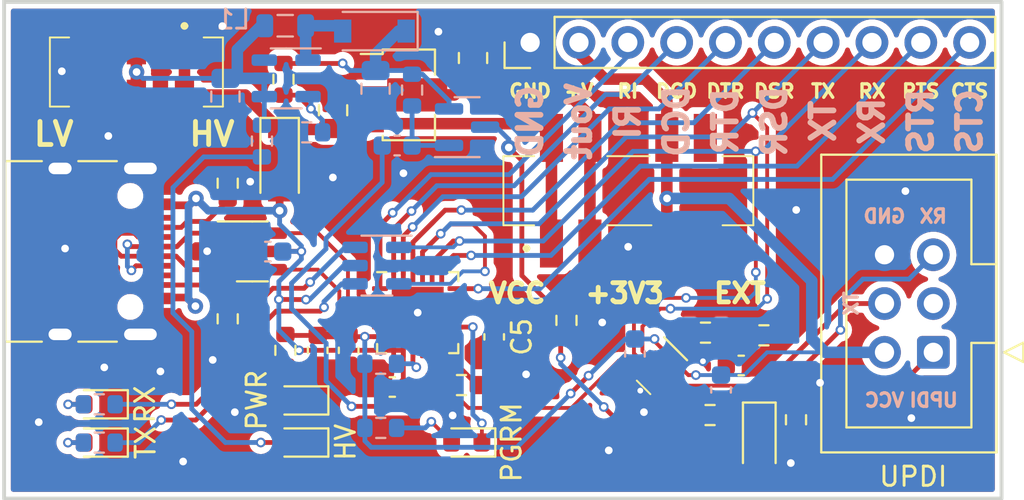
<source format=kicad_pcb>
(kicad_pcb (version 20211014) (generator pcbnew)
  (title_block (title "Serial UPDI HV Programmer") (date "2022-10-10") (rev "0.0.1"))
  (layers (0 "F.Cu" signal) (31 "B.Cu" signal) (34 "B.Paste" user) (35 "F.Paste" user) (36 "B.SilkS" user "B.Silkscreen") (37 "F.SilkS" user "F.Silkscreen") (38 "B.Mask" user) (39 "F.Mask" user) (44 "Edge.Cuts" user))
  (net 0 "")
  (net 1 "+3.3V")
  (net 2 "GND")
  (net 3 "VCC")
  (net 4 "/VDD")
  (net 5 "Net-(C6-Pad1)")
  (net 6 "/VREG")
  (net 7 "/Vin")
  (net 8 "/+12V")
  (net 9 "/VOUT")
  (net 10 "Net-(D2-Pad2)")
  (net 11 "Net-(D3-Pad2)")
  (net 12 "Net-(D4-Pad2)")
  (net 13 "Net-(D5-Pad2)")
  (net 14 "/DSR")
  (net 15 "Net-(D6-Pad2)")
  (net 16 "Net-(D7-Pad2)")
  (net 17 "Net-(D8-Pad1)")
  (net 18 "Net-(J1-PadA5)")
  (net 19 "/USBD+")
  (net 20 "/USBD-")
  (net 22 "Net-(J1-PadB5)")
  (net 24 "/UPDI")
  (net 26 "/TX")
  (net 27 "/RX")
  (net 28 "/RI")
  (net 29 "/DCD")
  (net 30 "/DTR")
  (net 31 "/TX_0")
  (net 32 "/RX_0")
  (net 33 "/RTS")
  (net 34 "/CTS")
  (net 35 "Net-(Q1-Pad3)")
  (net 36 "Net-(R1-Pad2)")
  (net 37 "Net-(R4-Pad1)")
  (net 38 "/UPDI_0")
  (net 39 "/TX_LED")
  (net 40 "/RX_LED")
  (net 41 "Net-(R10-Pad2)")
  (net 44 "/D+")
  (net 45 "/D-")
  (net 50 "Net-(R16-Pad1)")
  (net 53 "/PGRM")
  (net 54 "Net-(C5-Pad1)")
  (net 55 "Net-(C6-Pad2)")
  (net 56 "Net-(C11-Pad2)")
  (footprint "HRO_TYPE-C-31-M-12:HRO_TYPE-C-31-M-12" (layer "F.Cu") (at 127.38708 87.784275 -90)
    (fp_text reference "J1" hide)
    (fp_text value "USB_C_Receptacle_USB2.0" hide)
  )
  (footprint "Diode_SMD:D_SOD-123" (layer "F.Cu") (at 137.75708 83.084275 -90)
    (fp_text reference "D1" hide)
    (fp_text value "1N5819W" hide)
  )
  (footprint "Resistor_SMD:R_0603_1608Metric" (layer "F.Cu") (at 138.05708 92.934275 -90)
    (fp_text reference "R9" hide)
    (fp_text value "1k" hide)
  )
  (footprint "Diode_SMD:D_SOD-323_HandSoldering" (layer "F.Cu") (at 162.70708 97.554275 -90)
    (fp_text reference "D8" hide)
    (fp_text value "BZT52Bxx" hide)
  )
  (footprint "Capacitor_SMD:C_0603_1608Metric" (layer "F.Cu") (at 161.76708 93.724275 180)
    (fp_text reference "C11" hide)
    (fp_text value "1u" hide)
  )
  (footprint "Connector_IDC:IDC-Header_2x03_P2.54mm_Vertical" (layer "F.Cu") (at 171.75958 93.039275 180)
    (fp_text reference "J2" hide)
    (fp_text value "UPDI")
  )
  (footprint "Resistor_SMD:R_0603_1608Metric" (layer "F.Cu") (at 162.94708 92.154275)
    (fp_text reference "R13" hide)
    (fp_text value "10k" hide)
  )
  (footprint "Resistor_SMD:R_0603_1608Metric" (layer "F.Cu") (at 147.21708 94.744275 180)
    (fp_text reference "R4" hide)
    (fp_text value "4k7" hide)
  )
  (footprint "LED_SMD:LED_0603_1608Metric" (layer "F.Cu") (at 138.80708 97.734275 180)
    (fp_text reference "D7" hide)
    (fp_text value "HV")
  )
  (footprint "Package_TO_SOT_SMD:SOT-89-3" (layer "F.Cu") (at 144.17708 79.634275)
    (fp_text reference "U3" hide)
    (fp_text value "AMS1117-3.3" hide)
  )
  (footprint "Capacitor_SMD:C_0603_1608Metric" (layer "F.Cu") (at 143.61708 94.844275 180)
    (fp_text reference "C13" hide)
    (fp_text value "1u" hide)
  )
  (footprint "LED_SMD:LED_0603_1608Metric" (layer "F.Cu") (at 128.37708 95.744275 180)
    (fp_text reference "D3" hide)
    (fp_text value "RX")
  )
  (footprint "Resistor_SMD:R_0603_1608Metric" (layer "F.Cu") (at 160.14708 96.304275)
    (fp_text reference "R16" hide)
    (fp_text value "1k" hide)
  )
  (footprint "JS203011SCQN:JS203011SCQN" (layer "F.Cu") (at 155.89708 84.624275)
    (fp_text reference "S1" hide)
    (fp_text value "JS203011SCQN" hide)
  )
  (footprint "LED_SMD:LED_0603_1608Metric" (layer "F.Cu") (at 138.80708 95.544275 180)
    (fp_text reference "D4" hide)
    (fp_text value "PWR")
  )
  (footprint "Capacitor_SMD:C_0603_1608Metric" (layer "F.Cu") (at 139.73708 92.934275 -90)
    (fp_text reference "C1" hide)
    (fp_text value "1u" hide)
  )
  (footprint "JS202011JCQN:JS202011JCQN" (layer "F.Cu") (at 130.30708 78.194275 180)
    (fp_text reference "S2" hide)
    (fp_text value "JS202011JCQN" hide)
  )
  (footprint "Capacitor_SMD:C_0805_2012Metric" (layer "F.Cu") (at 147.81708 77.714275 90)
    (fp_text reference "C7" hide)
    (fp_text value "10u" hide)
  )
  (footprint "Resistor_SMD:R_0603_1608Metric" (layer "F.Cu") (at 137.95708 78.824275 -90)
    (fp_text reference "R10" hide)
    (fp_text value "39k" hide)
  )
  (footprint "LED_SMD:LED_0603_1608Metric" (layer "F.Cu") (at 128.37708 97.738321 180)
    (fp_text reference "D2" hide)
    (fp_text value "TX")
  )
  (footprint "Capacitor_SMD:C_0603_1608Metric" (layer "F.Cu") (at 148.91708 92.234275 -90)
    (fp_text reference "C5")
    (fp_text value "4u7" hide)
  )
  (footprint "Resistor_SMD:R_0603_1608Metric" (layer "F.Cu") (at 135.05708 91.294275 -90)
    (fp_text reference "R3" hide)
    (fp_text value "5k1" hide)
  )
  (footprint "Resistor_SMD:R_0603_1608Metric" (layer "F.Cu") (at 159.90708 92.014275 180)
    (fp_text reference "R14" hide)
    (fp_text value "1k" hide)
  )
  (footprint "Capacitor_SMD:C_0805_2012Metric" (layer "F.Cu") (at 140.53708 80.434275 90)
    (fp_text reference "C4" hide)
    (fp_text value "10u" hide)
  )
  (footprint "Connector_PinHeader_2.54mm:PinHeader_1x10_P2.54mm_Vertical" (layer "F.Cu") (at 150.78708 76.904275 90)
    (fp_text reference "J3" hide)
    (fp_text value "UART")
  )
  (footprint "Resistor_SMD:R_0603_1608Metric" (layer "F.Cu") (at 135.05708 84.234275 90)
    (fp_text reference "R2" hide)
    (fp_text value "5k1" hide)
  )
  (footprint "Resistor_SMD:R_0603_1608Metric" (layer "F.Cu") (at 164.61708 96.549275 -90)
    (fp_text reference "R17" hide)
    (fp_text value "1k" hide)
  )
  (footprint "Package_DFN_QFN:Texas_R_PUQFN-N12" (layer "F.Cu") (at 157.60708 93.943595 -45)
    (fp_text reference "U6" hide)
    (fp_text value "TXB0104RUT" hide)
  )
  (footprint "LED_SMD:LED_0603_1608Metric" (layer "F.Cu") (at 147.49022 97.734275 180)
    (fp_text reference "D6" hide)
    (fp_text value "PGRM")
  )
  (footprint "Capacitor_SMD:C_0603_1608Metric" (layer "F.Cu") (at 141.34708 92.934275 -90)
    (fp_text reference "C2" hide)
    (fp_text value "100n" hide)
  )
  (footprint "Package_TO_SOT_SMD:SOT-23-6" (layer "F.Cu") (at 136.33708 87.784275)
    (fp_text reference "U2" hide)
    (fp_text value "USBLC6-2SC6" hide)
  )
  (footprint "Resistor_SMD:R_0603_1608Metric" (layer "F.Cu") (at 152.67708 91.374275 -90)
    (fp_text reference "R6" hide)
    (fp_text value "220" hide)
  )
  (footprint "CP2105-F01-GM:CP2105-F01-GM" (layer "F.Cu") (at 144.93958 90.971775)
    (fp_text reference "U1" hide)
    (fp_text value "CP2105-F01-GM" hide)
  )
  (footprint "Package_TO_SOT_SMD:SOT-23-6" (layer "B.Cu") (at 138.09708 78.774275 180)
    (fp_text reference "U5" hide)
    (fp_text value "MT3608" hide)
  )
  (footprint "Resistor_SMD:R_0603_1608Metric" (layer "B.Cu") (at 136.83708 82.039275 -90)
    (fp_text reference "R15" hide)
    (fp_text value "1k" hide)
  )
  (footprint "Capacitor_SMD:C_0805_2012Metric" (layer "B.Cu") (at 142.74708 79.314275 -90)
    (fp_text reference "C10" hide)
    (fp_text value "10u")
  )
  (footprint "Inductor_SMD:L_0805_2012Metric" (layer "B.Cu") (at 138.04708 76.034275)
    (fp_text reference "L1")
    (fp_text value "4u7" hide)
  )
  (footprint "Resistor_SMD:R_0603_1608Metric" (layer "B.Cu") (at 128.37708 95.744275 180)
    (fp_text reference "R8" hide)
    (fp_text value "1k" hide)
  )
  (footprint "Capacitor_SMD:C_0805_2012Metric" (layer "B.Cu") (at 134.93708 79.724275 -90)
    (fp_text reference "C8" hide)
    (fp_text value "10u" hide)
  )
  (footprint "Package_TO_SOT_SMD:SOT-23" (layer "B.Cu") (at 147.50708 81.314275)
    (fp_text reference "Q1" hide)
    (fp_text value "BSS84" hide)
  )
  (footprint "Package_TO_SOT_SMD:SOT-23-6" (layer "B.Cu") (at 142.81708 88.524275 180)
    (fp_text reference "U4" hide)
    (fp_text value "74LVC2G04DVBR" hide)
  )
  (footprint "Capacitor_SMD:C_0603_1608Metric" (layer "B.Cu") (at 137.14208 87.794275 180)
    (fp_text reference "C3" hide)
    (fp_text value "100n" hide)
  )
  (footprint "Resistor_SMD:R_0603_1608Metric" (layer "B.Cu") (at 139.16708 81.584275 180)
    (fp_text reference "R11" hide)
    (fp_text value "2k05" hide)
  )
  (footprint "Resistor_SMD:R_0603_1608Metric" (layer "B.Cu") (at 128.37708 97.740042 180)
    (fp_text reference "R7" hide)
    (fp_text value "1k" hide)
  )
  (footprint "Capacitor_SMD:C_0603_1608Metric" (layer "B.Cu") (at 156.23708 93.119275 90)
    (fp_text reference "C9" hide)
    (fp_text value "100n" hide)
  )
  (footprint "Diode_SMD:D_SOD-123" (layer "B.Cu") (at 142.68708 76.314275 180)
    (fp_text reference "D5" hide)
    (fp_text value "1N5819W" hide)
  )
  (footprint "Capacitor_SMD:C_0603_1608Metric" (layer "B.Cu") (at 143.86708 82.274275)
    (fp_text reference "C6" hide)
    (fp_text value "10n" hide)
  )
  (footprint "Resistor_SMD:R_0603_1608Metric" (layer "B.Cu") (at 144.64708 79.384275 -90)
    (fp_text reference "R5" hide)
    (fp_text value "10k" hide)
  )
  (footprint "Resistor_SMD:R_0603_1608Metric" (layer "B.Cu") (at 143.01708 96.974275)
    (fp_text reference "R12" hide)
    (fp_text value "1k" hide)
  )
  (footprint "Capacitor_SMD:C_0603_1608Metric" (layer "B.Cu") (at 160.71708 94.994275 -90)
    (fp_text reference "C12" hide)
    (fp_text value "100n" hide)
  )
  (footprint "Resistor_SMD:R_0603_1608Metric" (layer "B.Cu") (at 143.01208 93.634275)
    (fp_text reference "R1" hide)
    (fp_text value "4k7" hide)
  )
  (gr_rect (start 123.42708 74.794275) (end 175.30708 100.654275) (layer "Edge.Cuts") (width 0.2) (fill none))
  (gr_text "DSR" (at 163.48708 81.014275 90) (layer "B.SilkS") (effects (font (size 1.2 1.2) (thickness 0.3)) (justify mirror)))
  (gr_text "TX" (at 167.48708 90.494275 90) (layer "B.SilkS") (effects (font (size 0.7 0.7) (thickness 0.175)) (justify mirror)))
  (gr_text "DTR" (at 160.94708 81.014275 90) (layer "B.SilkS") (effects (font (size 1.2 1.2) (thickness 0.3)) (justify mirror)))
  (gr_text "RI" (at 155.86708 81.014275 90) (layer "B.SilkS") (effects (font (size 1.2 1.2) (thickness 0.3)) (justify mirror)))
  (gr_text "TX" (at 166.02708 81.014275 90) (layer "B.SilkS") (effects (font (size 1.2 1.2) (thickness 0.3)) (justify mirror)))
  (gr_text "Vout" (at 153.32708 81.014275 90) (layer "B.SilkS") (effects (font (size 1.2 1.2) (thickness 0.3)) (justify mirror)))
  (gr_text "RX" (at 168.56708 81.014275 90) (layer "B.SilkS") (effects (font (size 1.2 1.2) (thickness 0.3)) (justify mirror)))
  (gr_text "DCD" (at 158.40708 81.014275 90) (layer "B.SilkS") (effects (font (size 1.2 1.2) (thickness 0.3)) (justify mirror)))
  (gr_text "UPDI" (at 171.77708 95.534275) (layer "B.SilkS") (effects (font (size 0.7 0.7) (thickness 0.175)) (justify mirror)))
  (gr_text "RTS" (at 171.10708 81.014275 90) (layer "B.SilkS") (effects (font (size 1.2 1.2) (thickness 0.3)) (justify mirror)))
  (gr_text "CTS" (at 173.64708 81.014275 90) (layer "B.SilkS") (effects (font (size 1.2 1.2) (thickness 0.3)) (justify mirror)))
  (gr_text "RX" (at 171.75708 85.954275) (layer "B.SilkS") (effects (font (size 0.7 0.7) (thickness 0.175)) (justify mirror)))
  (gr_text "GND" (at 150.78708 81.014275 90) (layer "B.SilkS") (effects (font (size 1.2 1.2) (thickness 0.3)) (justify mirror)))
  (gr_text "VCC" (at 169.21708 95.534275) (layer "B.SilkS") (effects (font (size 0.7 0.7) (thickness 0.175)) (justify mirror)))
  (gr_text "GND" (at 169.21708 85.954275) (layer "B.SilkS") (effects (font (size 0.7 0.7) (thickness 0.175)) (justify mirror)))
  (gr_text "EXT" (at 161.69708 89.964275) (layer "F.SilkS") (effects (font (size 1 1) (thickness 0.25))))
  (gr_text "DTR" (at 160.94708 79.444275) (layer "F.SilkS") (effects (font (size 0.7 0.7) (thickness 0.175))))
  (gr_text "HV" (at 134.23708 81.674275) (layer "F.SilkS") (effects (font (size 1.2 1.2) (thickness 0.25))))
  (gr_text "VCC" (at 150.114591 89.964275) (layer "F.SilkS") (effects (font (size 1 1) (thickness 0.25))))
  (gr_text "DCD" (at 158.40708 79.444275) (layer "F.SilkS") (effects (font (size 0.7 0.7) (thickness 0.175))))
  (gr_text "+V" (at 153.32708 79.444275) (layer "F.SilkS") (effects (font (size 0.7 0.7) (thickness 0.175))))
  (gr_text "+3V3" (at 155.70708 89.964275) (layer "F.SilkS") (effects (font (size 1 1) (thickness 0.25))))
  (gr_text "RTS" (at 171.10708 79.444275) (layer "F.SilkS") (effects (font (size 0.7 0.7) (thickness 0.175))))
  (gr_text "GND" (at 150.78708 79.444275) (layer "F.SilkS") (effects (font (size 0.7 0.7) (thickness 0.175))))
  (gr_text "CTS" (at 173.64708 79.444275) (layer "F.SilkS") (effects (font (size 0.7 0.7) (thickness 0.175))))
  (gr_text "DSR" (at 163.48708 79.444275) (layer "F.SilkS") (effects (font (size 0.7 0.7) (thickness 0.175))))
  (gr_text "LV" (at 126.00708 81.674275) (layer "F.SilkS") (effects (font (size 1.2 1.2) (thickness 0.25))))
  (gr_text "RX" (at 168.56708 79.444275) (layer "F.SilkS") (effects (font (size 0.7 0.7) (thickness 0.175))))
  (gr_text "RI" (at 155.86708 79.444275) (layer "F.SilkS") (effects (font (size 0.7 0.7) (thickness 0.175))))
  (gr_text "TX" (at 166.02708 79.444275) (layer "F.SilkS") (effects (font (size 0.7 0.7) (thickness 0.175))))
  (segment (start 157.713146 92.91829) (end 157.993065 92.91829) (width 0.2) (layer "F.Cu") (net 1))
  (segment (start 139.73708 92.159275) (end 138.10708 92.159275) (width 0.25) (layer "F.Cu") (net 1))
  (segment (start 142.18708 92.224275) (end 141.41208 92.224275) (width 0.25) (layer "F.Cu") (net 1))
  (segment (start 153.82708 94.254275) (end 152.89708 95.184275) (width 0.25) (layer "F.Cu") (net 1))
  (segment (start 138.10708 92.159275) (end 138.05708 92.109275) (width 0.25) (layer "F.Cu") (net 1))
  (segment (start 139.73708 92.159275) (end 141.34708 92.159275) (width 0.4) (layer "F.Cu") (net 1))
  (segment (start 157.25708 92.344275) (end 157.25708 92.462224) (width 0.2) (layer "F.Cu") (net 1))
  (segment (start 141.41208 92.224275) (end 141.34708 92.159275) (width 0.25) (layer "F.Cu") (net 1))
  (segment (start 142.18958 92.221775) (end 142.18708 92.224275) (width 0.25) (layer "F.Cu") (net 1))
  (segment (start 142.97708 92.221775) (end 142.18958 92.221775) (width 0.25) (layer "F.Cu") (net 1))
  (segment (start 142.97708 91.721775) (end 142.97708 92.221775) (width 0.25) (layer "F.Cu") (net 1))
  (segment (start 157.25708 92.462224) (end 157.713146 92.91829) (width 0.2) (layer "F.Cu") (net 1))
  (segment (start 158.89708 92.014275) (end 159.08208 92.014275) (width 0.2) (layer "F.Cu") (net 1))
  (segment (start 157.993065 92.91829) (end 158.89708 92.014275) (width 0.2) (layer "F.Cu") (net 1))
  (via (at 142.18708 92.224275) (size 0.5) (drill 0.3) (layers "F.Cu" "B.Cu") (net 1))
  (via (at 153.82708 94.254275) (size 0.5) (drill 0.3) (layers "F.Cu" "B.Cu") (net 1))
  (via (at 157.25708 92.344275) (size 0.5) (drill 0.3) (layers "F.Cu" "B.Cu") (net 1))
  (via (at 152.89708 95.184275) (size 0.5) (drill 0.3) (layers "F.Cu" "B.Cu") (net 1))
  (segment (start 142.19208 96.974275) (end 142.19208 95.736102) (width 0.25) (layer "B.Cu") (net 1))
  (segment (start 152.89708 95.184275) (end 150.09708 97.984275) (width 0.25) (layer "B.Cu") (net 1))
  (segment (start 156.23708 92.344275) (end 155.73708 92.344275) (width 0.25) (layer "B.Cu") (net 1))
  (segment (start 142.19208 95.736102) (end 142.18708 95.731102) (width 0.25) (layer "B.Cu") (net 1))
  (segment (start 142.18708 95.731102) (end 142.18708 93.634275) (width 0.25) (layer "B.Cu") (net 1))
  (segment (start 142.18708 93.634275) (end 142.18708 92.224275) (width 0.25) (layer "B.Cu") (net 1))
  (segment (start 150.09708 97.984275) (end 142.52708 97.984275) (width 0.25) (layer "B.Cu") (net 1))
  (segment (start 155.73708 92.344275) (end 153.82708 94.254275) (width 0.25) (layer "B.Cu") (net 1))
  (segment (start 142.19208 97.649275) (end 142.19208 96.974275) (width 0.25) (layer "B.Cu") (net 1))
  (segment (start 157.25708 92.344275) (end 156.23708 92.344275) (width 0.25) (layer "B.Cu") (net 1))
  (segment (start 142.52708 97.984275) (end 142.19208 97.649275) (width 0.25) (layer "B.Cu") (net 1))
  (segment (start 144.18958 90.221775) (end 144.93958 90.971775) (width 0.25) (layer "F.Cu") (net 2))
  (segment (start 133.98708 87.774275) (end 135.19958 87.784275) (width 0.4) (layer "F.Cu") (net 2))
  (segment (start 157.041395 94.50928) (end 157.041395 94.50996) (width 0.2) (layer "F.Cu") (net 2))
  (segment (start 157.041395 94.50996) (end 156.51708 95.034275) (width 0.2) (layer "F.Cu") (net 2))
  (segment (start 142.97708 90.221775) (end 144.18958 90.221775) (width 0.25) (layer "F.Cu") (net 2))
  (via (at 165.86708 94.624275) (size 0.8) (drill 0.4) (layers "F.Cu" "B.Cu") (net 2))
  (via (at 144.19708 83.714275) (size 0.8) (drill 0.4) (layers "F.Cu" "B.Cu") (net 2))
  (via (at 154.53708 91.484275) (size 0.8) (drill 0.4) (layers "F.Cu" "B.Cu") (net 2))
  (via (at 156.70708 96.154275) (size 0.8) (drill 0.4) (layers "F.Cu" "B.Cu") (net 2))
  (via (at 155.88708 87.544275) (size 0.8) (drill 0.4) (layers "F.Cu" "B.Cu") (net 2))
  (via (at 140.52708 83.934275) (size 0.8) (drill 0.4) (layers "F.Cu" "B.Cu") (net 2))
  (via (at 159.77708 93.503775) (size 0.5) (drill 0.3) (layers "F.Cu" "B.Cu") (net 2))
  (via (at 136.22708 84.154275) (size 0.8) (drill 0.4) (layers "F.Cu" "B.Cu") (net 2))
  (via (at 126.42708 78.404275) (size 0.8) (drill 0.4) (layers "F.Cu" "B.Cu") (net 2))
  (via (at 132.73708 98.724275) (size 0.8) (drill 0.4) (layers "F.Cu" "B.Cu") (net 2))
  (via (at 126.59708 87.634275) (size 0.8) (drill 0.4) (layers "F.Cu" "B.Cu") (net 2))
  (via (at 164.62708 85.624275) (size 0.8) (drill 0.4) (layers "F.Cu" "B.Cu") (net 2))
  (via (at 146.75708 96.324275) (size 0.8) (drill 0.4) (layers "F.Cu" "B.Cu") (net 2))
  (via (at 131.55708 94.034275) (size 0.8) (drill 0.4) (layers "F.Cu" "B.Cu") (net 2))
  (via (at 128.84708 81.774275) (size 0.8) (drill 0.4) (layers "F.Cu" "B.Cu") (net 2))
  (via (at 135.42708 96.154275) (size 0.8) (drill 0.4) (layers "F.Cu" "B.Cu") (net 2))
  (via (at 133.98708 87.774275) (size 0.8) (drill 0.4) (layers "F.Cu" "B.Cu") (net 2))
  (via (at 154.87708 98.144275) (size 0.8) (drill 0.4) (layers "F.Cu" "B.Cu") (net 2))
  (via (at 170.61708 96.464275) (size 0.8) (drill 0.4) (layers "F.Cu" "B.Cu") (net 2))
  (via (at 134.27708 93.434275) (size 0.8) (drill 0.4) (layers "F.Cu" "B.Cu") (net 2))
  (via (at 144.93958 90.971775) (size 0.8) (drill 0.4) (layers "F.Cu" "B.Cu") (net 2))
  (via (at 128.63708 93.824275) (size 0.8) (drill 0.4) (layers "F.Cu" "B.Cu") (net 2))
  (via (at 156.51708 95.034275) (size 0.5) (drill 0.3) (layers "F.Cu" "B.Cu") (net 2))
  (via (at 134.77708 76.054275) (size 0.8) (drill 0.4) (layers "F.Cu" "B.Cu") (net 2))
  (via (at 170.30708 84.644275) (size 0.8) (drill 0.4) (layers "F.Cu" "B.Cu") (net 2))
  (via (at 150.57708 94.184275) (size 0.8) (drill 0.4) (layers "F.Cu" "B.Cu") (net 2))
  (via (at 125.22708 96.674275) (size 0.8) (drill 0.4) (layers "F.Cu" "B.Cu") (net 2))
  (via (at 146.01708 76.344275) (size 0.8) (drill 0.4) (layers "F.Cu" "B.Cu") (net 2))
  (via (at 164.34708 98.804275) (size 0.8) (drill 0.4) (layers "F.Cu" "B.Cu") (net 2))
  (segment (start 142.81708 88.164275) (end 142.81708 85.484275) (width 0.2) (layer "B.Cu") (net 2))
  (segment (start 139.23458 78.774275) (end 140.28708 78.774275) (width 0.6) (layer "B.Cu") (net 2))
  (segment (start 142.81708 89.744275) (end 144.04458 90.971775) (width 0.2) (layer "B.Cu") (net 2))
  (segment (start 144.19708 84.104275) (end 144.19708 83.714275) (width 0.2) (layer "B.Cu") (net 2))
  (segment (start 143.255684 88.524275) (end 142.81708 88.962879) (width 0.2) (layer "B.Cu") (net 2))
  (segment (start 144.04458 90.971775) (end 144.93958 90.971775) (width 0.2) (layer "B.Cu") (net 2))
  (segment (start 143.95458 88.524275) (end 143.255684 88.524275) (width 0.2) (layer "B.Cu") (net 2))
  (segment (start 141.77708 80.264275) (end 142.74708 80.264275) (width 0.6) (layer "B.Cu") (net 2))
  (segment (start 140.28708 78.774275) (end 141.77708 80.264275) (width 0.6) (layer "B.Cu") (net 2))
  (segment (start 142.81708 85.484275) (end 144.19708 84.104275) (width 0.2) (layer "B.Cu") (net 2))
  (segment (start 156.23708 94.754275) (end 156.23708 93.894275) (width 0.2) (layer "B.Cu") (net 2))
  (segment (start 156.51708 95.034275) (end 156.23708 94.754275) (width 0.2) (layer "B.Cu") (net 2))
  (segment (start 143.24708 88.754275) (end 143.84458 88.754275) (width 0.25) (layer "B.Cu") (net 2))
  (segment (start 142.81708 88.962879) (end 142.81708 89.744275) (width 0.2) (layer "B.Cu") (net 2))
  (segment (start 143.95458 88.524275) (end 143.17708 88.524275) (width 0.2) (layer "B.Cu") (net 2))
  (segment (start 143.17708 88.524275) (end 142.81708 88.164275) (width 0.2) (layer "B.Cu") (net 2))
  (segment (start 138.88708 87.784275) (end 137.47458 87.784275) (width 0.25) (layer "F.Cu") (net 3))
  (segment (start 137.71708 90.284275) (end 139.12708 90.294275) (width 0.25) (layer "F.Cu") (net 3))
  (segment (start 144.18958 94.641775) (end 144.39208 94.844275) (width 0.25) (layer "F.Cu") (net 3))
  (segment (start 131.33708 85.384275) (end 133.04708 85.384275) (width 0.4) (layer "F.Cu") (net 3))
  (segment (start 132.92708 90.184275) (end 133.37708 90.634275) (width 0.4) (layer "F.Cu") (net 3))
  (segment (start 138.76708 92.934275) (end 143.68958 92.934275) (width 0.25) (layer "F.Cu") (net 3))
  (segment (start 144.18958 92.934275) (end 144.18958 94.641775) (width 0.25) (layer "F.Cu") (net 3))
  (segment (start 144.18958 94.736775) (end 144.19708 94.744275) (width 0.25) (layer "F.Cu") (net 3))
  (segment (start 137.75708 85.664275) (end 137.75708 84.734275) (width 0.4) (layer "F.Cu") (net 3))
  (segment (start 131.33708 90.184275) (end 132.92708 90.184275) (width 0.4) (layer "F.Cu") (net 3))
  (segment (start 133.04708 85.384275) (end 133.40708 85.024275) (width 0.4) (layer "F.Cu") (net 3))
  (segment (start 144.18958 92.934275) (end 143.68958 92.934275) (width 0.25) (layer "F.Cu") (net 3))
  (via (at 138.88708 87.784275) (size 0.5) (drill 0.3) (layers "F.Cu" "B.Cu") (net 3))
  (via (at 139.12708 90.294275) (size 0.5) (drill 0.3) (layers "F.Cu" "B.Cu") (net 3))
  (via (at 133.37708 90.634275) (size 0.8) (drill 0.4) (layers "F.Cu" "B.Cu") (net 3))
  (via (at 133.40708 85.024275) (size 0.8) (drill 0.4) (layers "F.Cu" "B.Cu") (net 3))
  (via (at 138.76708 92.934275) (size 0.5) (drill 0.3) (layers "F.Cu" "B.Cu") (net 3))
  (via (at 137.71708 90.284275) (size 0.5) (drill 0.3) (layers "F.Cu" "B.Cu") (net 3))
  (via (at 137.75708 85.664275) (size 0.8) (drill 0.4) (layers "F.Cu" "B.Cu") (net 3))
  (segment (start 138.88708 87.784275) (end 137.92708 87.784275) (width 0.25) (layer "B.Cu") (net 3))
  (segment (start 133.01708 85.414275) (end 133.01708 90.274275) (width 0.4) (layer "B.Cu") (net 3))
  (segment (start 137.75708 86.364275) (end 138.88708 87.494275) (width 0.25) (layer "B.Cu") (net 3))
  (segment (start 141.67958 88.524275) (end 141.08708 88.524275) (width 0.25) (layer "B.Cu") (net 3))
  (segment (start 138.88708 88.184275) (end 138.88708 87.784275) (width 0.25) (layer "B.Cu") (net 3))
  (segment (start 134.04708 85.664275) (end 133.40708 85.024275) (width 0.4) (layer "B.Cu") (net 3))
  (segment (start 137.92708 87.784275) (end 137.91708 87.794275) (width 0.25) (layer "B.Cu") (net 3))
  (segment (start 137.71708 91.884275) (end 138.76708 92.934275) (width 0.25) (layer "B.Cu") (net 3))
  (segment (start 133.40708 85.024275) (end 133.01708 85.414275) (width 0.4) (layer "B.Cu") (net 3))
  (segment (start 137.75708 86.364275) (end 137.75708 85.664275) (width 0.25) (layer "B.Cu") (net 3))
  (segment (start 141.08708 88.524275) (end 139.31708 90.294275) (width 0.25) (layer "B.Cu") (net 3))
  (segment (start 138.88708 87.494275) (end 138.88708 87.784275) (width 0.25) (layer "B.Cu") (net 3))
  (segment (start 137.71708 89.354275) (end 138.88708 88.184275) (width 0.25) (layer "B.Cu") (net 3))
  (segment (start 133.01708 90.274275) (end 133.37708 90.634275) (width 0.4) (layer "B.Cu") (net 3))
  (segment (start 137.71708 90.284275) (end 137.71708 89.354275) (width 0.25) (layer "B.Cu") (net 3))
  (segment (start 137.71708 90.284275) (end 137.71708 91.884275) (width 0.25) (layer "B.Cu") (net 3))
  (segment (start 139.31708 90.294275) (end 139.12708 90.294275) (width 0.25) (layer "B.Cu") (net 3))
  (segment (start 137.75708 85.664275) (end 134.04708 85.664275) (width 0.4) (layer "B.Cu") (net 3))
  (segment (start 142.27708 81.384275) (end 142.52708 81.134275) (width 0.6) (layer "F.Cu") (net 4))
  (segment (start 132.80708 77.244275) (end 132.80708 79.644275) (width 0.6) (layer "F.Cu") (net 4))
  (segment (start 142.52708 81.134275) (end 151.25708 81.134275) (width 0.6) (layer "F.Cu") (net 4))
  (segment (start 132.80708 79.644275) (end 135.96708 79.644275) (width 0.6) (layer "F.Cu") (net 4))
  (segment (start 151.25708 81.134275) (end 151.89708 81.774275) (width 0.6) (layer "F.Cu") (net 4))
  (segment (start 137.75708 81.434275) (end 140.58708 81.434275) (width 0.6) (layer "F.Cu") (net 4))
  (segment (start 135.96708 79.644275) (end 137.75708 81.434275) (width 0.6) (layer "F.Cu") (net 4))
  (segment (start 151.89708 81.874275) (end 151.89708 87.374275) (width 0.6) (layer "F.Cu") (net 4))
  (segment (start 140.53708 81.384275) (end 142.27708 81.384275) (width 0.6) (layer "F.Cu") (net 4))
  (segment (start 145.68958 92.934275) (end 145.68958 93.986775) (width 0.25) (layer "F.Cu") (net 5))
  (segment (start 144.91708 95.854275) (end 141.49708 95.854275) (width 0.25) (layer "F.Cu") (net 5))
  (segment (start 145.46708 95.304275) (end 144.91708 95.854275) (width 0.25) (layer "F.Cu") (net 5))
  (segment (start 145.46708 94.209275) (end 145.46708 95.304275) (width 0.25) (layer "F.Cu") (net 5))
  (segment (start 145.68958 93.986775) (end 145.46708 94.209275) (width 0.25) (layer "F.Cu") (net 5))
  (via (at 141.49708 95.854275) (size 0.5) (drill 0.3) (layers "F.Cu" "B.Cu") (net 5))
  (segment (start 143.09208 84.189275) (end 143.09208 82.274275) (width 0.25) (layer "B.Cu") (net 5))
  (segment (start 140.17708 94.534275) (end 140.17708 92.564275) (width 0.25) (layer "B.Cu") (net 5))
  (segment (start 138.37708 89.444275) (end 140.16708 87.654275) (width 0.25) (layer "B.Cu") (net 5))
  (segment (start 141.49708 95.854275) (end 140.17708 94.534275) (width 0.25) (layer "B.Cu") (net 5))
  (segment (start 140.16708 87.114275) (end 143.09208 84.189275) (width 0.25) (layer "B.Cu") (net 5))
  (segment (start 138.37708 90.764275) (end 138.37708 89.444275) (width 0.25) (layer "B.Cu") (net 5))
  (segment (start 140.16708 87.654275) (end 140.16708 87.114275) (width 0.25) (layer "B.Cu") (net 5))
  (segment (start 140.17708 92.564275) (end 138.37708 90.764275) (width 0.25) (layer "B.Cu") (net 5))
  (segment (start 153.89708 81.874275) (end 153.89708 80.704275) (width 0.6) (layer "F.Cu") (net 6))
  (segment (start 148.98708 79.834275) (end 147.81708 78.664275) (width 0.6) (layer "F.Cu") (net 6))
  (segment (start 153.89708 81.874275) (end 153.89708 87.374275) (width 0.6) (layer "F.Cu") (net 6))
  (segment (start 153.89708 80.704275) (end 153.02708 79.834275) (width 0.6) (layer "F.Cu") (net 6))
  (segment (start 153.02708 79.834275) (end 148.98708 79.834275) (width 0.6) (layer "F.Cu") (net 6))
  (segment (start 146.84708 79.634275) (end 147.81708 78.664275) (width 0.6) (layer "F.Cu") (net 6))
  (segment (start 142.61458 79.634275) (end 146.84708 79.634275) (width 0.6) (layer "F.Cu") (net 6))
  (segment (start 130.30708 79.644275) (end 130.30708 78.454275) (width 0.6) (layer "F.Cu") (net 7))
  (segment (start 130.30708 78.454275) (end 130.31708 78.444275) (width 0.6) (layer "F.Cu") (net 7))
  (segment (start 130.30708 77.244275) (end 130.30708 78.434275) (width 0.6) (layer "F.Cu") (net 7))
  (segment (start 130.30708 78.434275) (end 130.31708 78.444275) (width 0.6) (layer "F.Cu") (net 7))
  (via (at 130.31708 78.444275) (size 0.8) (drill 0.4) (layers "F.Cu" "B.Cu") (net 7))
  (segment (start 136.95958 79.724275) (end 136.95958 81.091775) (width 0.25) (layer "B.Cu") (net 7))
  (segment (start 136.80708 76.034275) (end 135.69208 77.149275) (width 0.6) (layer "B.Cu") (net 7))
  (segment (start 135.55708 77.284275) (end 135.69208 77.149275) (width 0.6) (layer "B.Cu") (net 7))
  (segment (start 136.95958 81.091775) (end 136.83708 81.214275) (width 0.25) (layer "B.Cu") (net 7))
  (segment (start 134.93708 78.774275) (end 130.64708 78.774275) (width 0.25) (layer "B.Cu") (net 7))
  (segment (start 130.64708 78.774275) (end 130.31708 78.444275) (width 0.25) (layer "B.Cu") (net 7))
  (segment (start 136.95958 78.774275) (end 136.95958 79.724275) (width 0.3) (layer "B.Cu") (net 7))
  (segment (start 136.98458 76.034275) (end 136.80708 76.034275) (width 0.6) (layer "B.Cu") (net 7))
  (segment (start 135.55708 78.514275) (end 135.55708 77.284275) (width 0.6) (layer "B.Cu") (net 7))
  (segment (start 136.95958 78.774275) (end 134.93708 78.774275) (width 0.6) (layer "B.Cu") (net 7))
  (segment (start 141.03708 77.994275) (end 141.03208 77.999275) (width 0.25) (layer "F.Cu") (net 8))
  (segment (start 141.03208 77.999275) (end 137.95708 77.999275) (width 0.25) (layer "F.Cu") (net 8))
  (via (at 141.03708 77.994275) (size 0.5) (drill 0.3) (layers "F.Cu" "B.Cu") (net 8))
  (segment (start 145.18208 78.559275) (end 146.56958 79.946775) (width 0.25) (layer "B.Cu") (net 8))
  (segment (start 144.64708 78.559275) (end 145.18208 78.559275) (width 0.25) (layer "B.Cu") (net 8))
  (segment (start 142.74708 77.514275) (end 142.74708 78.364275) (width 0.6) (layer "B.Cu") (net 8))
  (segment (start 141.40708 78.364275) (end 141.03708 77.994275) (width 0.25) (layer "B.Cu") (net 8))
  (segment (start 144.45208 78.364275) (end 144.64708 78.559275) (width 0.25) (layer "B.Cu") (net 8))
  (segment (start 142.74708 78.364275) (end 141.40708 78.364275) (width 0.25) (layer "B.Cu") (net 8))
  (segment (start 142.74708 78.364275) (end 144.45208 78.364275) (width 0.25) (layer "B.Cu") (net 8))
  (segment (start 144.33708 76.314275) (end 143.94708 76.314275) (width 0.6) (layer "B.Cu") (net 8))
  (segment (start 146.56958 79.946775) (end 146.56958 80.364275) (width 0.25) (layer "B.Cu") (net 8))
  (segment (start 143.94708 76.314275) (end 142.74708 77.514275) (width 0.6) (layer "B.Cu") (net 8))
  (segment (start 158.93708 94.144275) (end 158.93708 94.142224) (width 0.2) (layer "F.Cu") (net 9))
  (segment (start 157.89708 79.954275) (end 156.75708 78.814275) (width 0.6) (layer "F.Cu") (net 9))
  (segment (start 157.89708 81.874275) (end 157.89708 79.954275) (width 0.6) (layer "F.Cu") (net 9))
  (segment (start 157.89708 87.374275) (end 157.89708 85.034275) (width 0.6) (layer "F.Cu") (net 9))
  (segment (start 159.01758 94.224775) (end 158.93708 94.144275) (width 0.2) (layer "F.Cu") (net 9))
  (segment (start 157.89708 85.034275) (end 157.90708 85.024275) (width 0.6) (layer "F.Cu") (net 9))
  (segment (start 157.89708 85.014275) (end 157.90708 85.024275) (width 0.6) (layer "F.Cu") (net 9))
  (segment (start 153.32708 77.464275) (end 154.67708 78.814275) (width 0.6) (layer "F.Cu") (net 9))
  (segment (start 158.93708 94.142224) (end 158.632385 93.837529) (width 0.2) (layer "F.Cu") (net 9))
  (segment (start 157.89708 81.874275) (end 157.89708 85.014275) (width 0.6) (layer "F.Cu") (net 9))
  (segment (start 159.40708 94.224275) (end 159.01758 94.224775) (width 0.2) (layer "F.Cu") (net 9))
  (segment (start 153.32708 76.904275) (end 153.32708 77.464275) (width 0.6) (layer "F.Cu") (net 9))
  (segment (start 154.67708 78.814275) (end 156.75708 78.814275) (width 0.6) (layer "F.Cu") (net 9))
  (via (at 157.90708 85.024275) (size 0.8) (drill 0.4) (layers "F.Cu" "B.Cu") (net 9))
  (via (at 159.40708 94.224275) (size 0.5) (drill 0.3) (layers "F.Cu" "B.Cu") (net 9))
  (segment (start 159.40708 94.224275) (end 160.71208 94.224275) (width 0.2) (layer "B.Cu") (net 9))
  (segment (start 166.14208 93.039275) (end 169.21958 93.039275) (width 0.6) (layer "B.Cu") (net 9))
  (segment (start 161.93208 94.219275) (end 163.11208 93.039275) (width 0.2) (layer "B.Cu") (net 9))
  (segment (start 160.71208 94.224275) (end 160.71708 94.219275) (width 0.2) (layer "B.Cu") (net 9))
  (segment (start 165.43708 92.334275) (end 166.14208 93.039275) (width 0.6) (layer "B.Cu") (net 9))
  (segment (start 157.90708 85.024275) (end 161.13708 85.024275) (width 0.6) (layer "B.Cu") (net 9))
  (segment (start 160.71708 94.219275) (end 161.93208 94.219275) (width 0.2) (layer "B.Cu") (net 9))
  (segment (start 161.13708 85.024275) (end 165.43708 89.324275) (width 0.6) (layer "B.Cu") (net 9))
  (segment (start 163.11208 93.039275) (end 166.14208 93.039275) (width 0.2) (layer "B.Cu") (net 9))
  (segment (start 165.43708 89.324275) (end 165.43708 92.334275) (width 0.6) (layer "B.Cu") (net 9))
  (segment (start 127.58958 97.738321) (end 126.748801 97.738321) (width 0.25) (layer "F.Cu") (net 10))
  (segment (start 126.748801 97.738321) (end 126.74708 97.740042) (width 0.25) (layer "F.Cu") (net 10))
  (via (at 126.74708 97.740042) (size 0.5) (drill 0.3) (layers "F.Cu" "B.Cu") (net 10))
  (segment (start 126.74708 97.740042) (end 127.55208 97.740042) (width 0.25) (layer "B.Cu") (net 10))
  (segment (start 127.58958 95.744275) (end 126.758626 95.744275) (width 0.25) (layer "F.Cu") (net 11))
  (segment (start 126.758626 95.744275) (end 126.75458 95.748321) (width 0.25) (layer "F.Cu") (net 11))
  (via (at 126.75458 95.748321) (size 0.5) (drill 0.3) (layers "F.Cu" "B.Cu") (net 11))
  (segment (start 127.548034 95.748321) (end 127.55208 95.744275) (width 0.25) (layer "B.Cu") (net 11))
  (segment (start 126.75458 95.748321) (end 127.548034 95.748321) (width 0.25) (layer "B.Cu") (net 11))
  (segment (start 138.05708 95.506775) (end 138.01958 95.544275) (width 0.25) (layer "F.Cu") (net 12))
  (segment (start 138.05708 93.759275) (end 138.05708 95.506775) (width 0.25) (layer "F.Cu") (net 12))
  (segment (start 139.10958 77.699275) (end 139.23458 77.824275) (width 0.6) (layer "B.Cu") (net 13))
  (segment (start 140.79708 76.034275) (end 139.10958 76.034275) (width 0.6) (layer "B.Cu") (net 13))
  (segment (start 141.03708 76.274275) (end 140.79708 76.034275) (width 0.6) (layer "B.Cu") (net 13))
  (segment (start 139.10958 76.034275) (end 139.10958 77.699275) (width 0.6) (layer "B.Cu") (net 13))
  (segment (start 141.03708 76.314275) (end 141.03708 76.274275) (width 0.6) (layer "B.Cu") (net 13))
  (segment (start 145.68708 86.314275) (end 145.76708 86.234275) (width 0.25) (layer "F.Cu") (net 14))
  (segment (start 144.68958 87.931775) (end 144.68958 87.311775) (width 0.25) (layer "F.Cu") (net 14))
  (segment (start 147.20708 85.634275) (end 146.36708 85.634275) (width 0.25) (layer "F.Cu") (net 14))
  (segment (start 144.68958 87.311775) (end 145.68708 86.314275) (width 0.25) (layer "F.Cu") (net 14))
  (segment (start 144.68958 89.009275) (end 144.68958 87.931775) (width 0.25) (layer "F.Cu") (net 14))
  (segment (start 146.36708 85.634275) (end 144.68958 87.311775) (width 0.25) (layer "F.Cu") (net 14))
  (via (at 147.20708 85.634275) (size 0.5) (drill 0.3) (layers "F.Cu" "B.Cu") (net 14))
  (segment (start 159.30708 81.084275) (end 155.47708 81.084275) (width 0.25) (layer "B.Cu") (net 14))
  (segment (start 150.92708 85.634275) (end 155.47708 81.084275) (width 0.25) (layer "B.Cu") (net 14))
  (segment (start 163.48708 76.904275) (end 159.30708 81.084275) (width 0.25) (layer "B.Cu") (net 14))
  (segment (start 147.20708 85.634275) (end 150.92708 85.634275) (width 0.25) (layer "B.Cu") (net 14))
  (segment (start 146.70272 97.734275) (end 146.70272 97.709915) (width 0.2) (layer "F.Cu") (net 15))
  (segment (start 146.70272 97.709915) (end 145.64708 96.654275) (width 0.2) (layer "F.Cu") (net 15))
  (via (at 145.64708 96.654275) (size 0.5) (drill 0.3) (layers "F.Cu" "B.Cu") (net 15))
  (segment (start 145.32708 96.974275) (end 143.84208 96.974275) (width 0.25) (layer "B.Cu") (net 15))
  (segment (start 145.64708 96.654275) (end 145.32708 96.974275) (width 0.25) (layer "B.Cu") (net 15))
  (segment (start 138.01958 97.734275) (end 136.77708 97.734275) (width 0.25) (layer "F.Cu") (net 16))
  (via (at 136.77708 97.734275) (size 0.5) (drill 0.3) (layers "F.Cu" "B.Cu") (net 16))
  (segment (start 133.18708 91.964275) (end 132.20708 90.984275) (width 0.25) (layer "B.Cu") (net 16))
  (segment (start 133.18708 95.984275) (end 133.18708 91.964275) (width 0.25) (layer "B.Cu") (net 16))
  (segment (start 136.77708 97.734275) (end 134.93708 97.734275) (width 0.25) (layer "B.Cu") (net 16))
  (segment (start 134.93708 97.734275) (end 133.18708 95.984275) (width 0.25) (layer "B.Cu") (net 16))
  (segment (start 132.20708 84.464275) (end 133.80708 82.864275) (width 0.25) (layer "B.Cu") (net 16))
  (segment (start 133.80708 82.864275) (end 136.83708 82.864275) (width 0.25) (layer "B.Cu") (net 16))
  (segment (start 132.20708 90.984275) (end 132.20708 84.464275) (width 0.25) (layer "B.Cu") (net 16))
  (segment (start 160.97208 96.304275) (end 162.70708 96.304275) (width 0.25) (layer "F.Cu") (net 17))
  (segment (start 164.03708 96.304275) (end 164.61708 95.724275) (width 0.25) (layer "F.Cu") (net 17))
  (segment (start 162.70708 96.304275) (end 164.03708 96.304275) (width 0.25) (layer "F.Cu") (net 17))
  (segment (start 135.05708 85.134275) (end 133.96708 86.224275) (width 0.25) (layer "F.Cu") (net 18))
  (segment (start 132.63708 86.534275) (end 131.33708 86.534275) (width 0.25) (layer "F.Cu") (net 18))
  (segment (start 133.96708 86.224275) (end 132.94708 86.224275) (width 0.25) (layer "F.Cu") (net 18))
  (segment (start 132.94708 86.224275) (end 132.63708 86.534275) (width 0.25) (layer "F.Cu") (net 18))
  (segment (start 135.05708 85.059275) (end 135.05708 85.134275) (width 0.25) (layer "F.Cu") (net 18))
  (segment (start 129.95708 87.534275) (end 129.83708 87.414275) (width 0.25) (layer "F.Cu") (net 19))
  (segment (start 133.11708 86.834275) (end 135.19958 86.834275) (width 0.25) (layer "F.Cu") (net 19))
  (segment (start 132.41708 87.534275) (end 133.11708 86.834275) (width 0.25) (layer "F.Cu") (net 19))
  (segment (start 130.28708 88.534275) (end 130.04708 88.774275) (width 0.25) (layer "F.Cu") (net 19))
  (segment (start 131.33708 88.534275) (end 130.28708 88.534275) (width 0.25) (layer "F.Cu") (net 19))
  (segment (start 131.33708 87.534275) (end 129.95708 87.534275) (width 0.25) (layer "F.Cu") (net 19))
  (segment (start 131.33708 87.534275) (end 132.41708 87.534275) (width 0.25) (layer "F.Cu") (net 19))
  (via (at 130.04708 88.774275) (size 0.5) (drill 0.3) (layers "F.Cu" "B.Cu") (net 19))
  (via (at 129.83708 87.414275) (size 0.5) (drill 0.3) (layers "F.Cu" "B.Cu") (net 19))
  (segment (start 129.83708 88.564275) (end 130.04708 88.774275) (width 0.25) (layer "B.Cu") (net 19))
  (segment (start 129.83708 87.414275) (end 129.83708 88.564275) (width 0.25) (layer "B.Cu") (net 19))
  (segment (start 132.37708 88.034275) (end 133.07708 88.734275) (width 0.25) (layer "F.Cu") (net 20))
  (segment (start 130.39708 87.034275) (end 130.20208 86.839275) (width 0.25) (layer "F.Cu") (net 20))
  (segment (start 129.48208 86.839275) (end 129.18708 87.134275) (width 0.25) (layer "F.Cu") (net 20))
  (segment (start 131.33708 87.034275) (end 130.39708 87.034275) (width 0.25) (layer "F.Cu") (net 20))
  (segment (start 130.20208 86.839275) (end 129.48208 86.839275) (width 0.25) (layer "F.Cu") (net 20))
  (segment (start 129.18708 87.134275) (end 129.18708 87.704275) (width 0.25) (layer "F.Cu") (net 20))
  (segment (start 129.18708 87.704275) (end 129.51708 88.034275) (width 0.25) (layer "F.Cu") (net 20))
  (segment (start 131.33708 88.034275) (end 132.37708 88.034275) (width 0.25) (layer "F.Cu") (net 20))
  (segment (start 129.51708 88.034275) (end 131.33708 88.034275) (width 0.25) (layer "F.Cu") (net 20))
  (segment (start 133.07708 88.734275) (end 135.19958 88.734275) (width 0.25) (layer "F.Cu") (net 20))
  (segment (start 134.12208 89.534275) (end 131.33708 89.534275) (width 0.25) (layer "F.Cu") (net 22))
  (segment (start 135.05708 90.469275) (end 134.12208 89.534275) (width 0.25) (layer "F.Cu") (net 22))
  (segment (start 167.25208 94.594275) (end 164.49708 97.349275) (width 0.25) (layer "F.Cu") (net 24))
  (segment (start 171.75958 93.039275) (end 170.20458 94.594275) (width 0.25) (layer "F.Cu") (net 24))
  (segment (start 164.61708 97.374275) (end 163.93708 97.374275) (width 0.25) (layer "F.Cu") (net 24))
  (segment (start 163.67708 97.634275) (end 156.36708 97.634275) (width 0.25) (layer "F.Cu") (net 24))
  (segment (start 156.36708 97.634275) (end 154.61708 95.884275) (width 0.25) (layer "F.Cu") (net 24))
  (segment (start 163.93708 97.374275) (end 163.67708 97.634275) (width 0.25) (layer "F.Cu") (net 24))
  (segment (start 152.37708 93.314275) (end 152.37708 92.499275) (width 0.25) (layer "F.Cu") (net 24))
  (segment (start 152.37708 92.499275) (end 152.67708 92.199275) (width 0.25) (layer "F.Cu") (net 24))
  (segment (start 170.20458 94.594275) (end 167.25208 94.594275) (width 0.25) (layer "F.Cu") (net 24))
  (via (at 154.61708 95.884275) (size 0.5) (drill 0.3) (layers "F.Cu" "B.Cu") (net 24))
  (via (at 152.37708 93.314275) (size 0.5) (drill 0.3) (layers "F.Cu" "B.Cu") (net 24))
  (segment (start 152.37708 93.644275) (end 154.61708 95.884275) (width 0.25) (layer "B.Cu") (net 24))
  (segment (start 152.37708 93.314275) (end 152.37708 93.644275) (width 0.25) (layer "B.Cu") (net 24))
  (segment (start 169.21958 90.499275) (end 167.24208 90.499275) (width 0.25) (layer "F.Cu") (net 26))
  (segment (start 158.43776 94.774275) (end 162.34708 94.774275) (width 0.2) (layer "F.Cu") (net 26))
  (segment (start 167.24208 90.499275) (end 162.96708 94.774275) (width 0.25) (layer "F.Cu") (net 26))
  (segment (start 162.96708 94.774275) (end 162.34708 94.774275) (width 0.25) (layer "F.Cu") (net 26))
  (segment (start 158.43776 94.774275) (end 158.066699 94.403214) (width 0.2) (layer "F.Cu") (net 26))
  (segment (start 158.374537 95.276737) (end 157.783857 94.686057) (width 0.2) (layer "F.Cu") (net 27))
  (segment (start 166.92708 91.874275) (end 163.524618 95.276737) (width 0.25) (layer "F.Cu") (net 27))
  (segment (start 163.524618 95.276737) (end 162.554618 95.276737) (width 0.25) (layer "F.Cu") (net 27))
  (segment (start 158.374537 95.276737) (end 162.554618 95.276737) (width 0.2) (layer "F.Cu") (net 27))
  (segment (start 163.354618 95.276737) (end 162.554618 95.276737) (width 0.2) (layer "F.Cu") (net 27))
  (via (at 166.92708 91.874275) (size 0.5) (drill 0.3) (layers "F.Cu" "B.Cu") (net 27))
  (segment (start 168.09708 89.224275) (end 170.49458 89.224275) (width 0.25) (layer "B.Cu") (net 27))
  (segment (start 170.49458 89.224275) (end 171.75958 87.959275) (width 0.25) (layer "B.Cu") (net 27))
  (segment (start 166.92708 91.874275) (end 166.92708 90.394275) (width 0.25) (layer "B.Cu") (net 27))
  (segment (start 166.92708 90.394275) (end 168.09708 89.224275) (width 0.25) (layer "B.Cu") (net 27))
  (segment (start 142.97708 86.434275) (end 143.63708 85.774275) (width 0.25) (layer "F.Cu") (net 28))
  (segment (start 142.97708 86.744275) (end 142.97708 86.434275) (width 0.25) (layer "F.Cu") (net 28))
  (segment (start 142.97708 86.744275) (end 142.97708 89.721775) (width 0.25) (layer "F.Cu") (net 28))
  (via (at 143.63708 85.774275) (size 0.5) (drill 0.3) (layers "F.Cu" "B.Cu") (net 28))
  (segment (start 149.69708 83.784275) (end 155.86708 77.614275) (width 0.25) (layer "B.Cu") (net 28))
  (segment (start 145.62708 83.784275) (end 149.69708 83.784275) (width 0.25) (layer "B.Cu") (net 28))
  (segment (start 155.86708 77.614275) (end 155.86708 76.904275) (width 0.25) (layer "B.Cu") (net 28))
  (segment (start 143.63708 85.774275) (end 145.62708 83.784275) (width 0.25) (layer "B.Cu") (net 28))
  (segment (start 143.68958 86.991775) (end 143.68958 89.009275) (width 0.25) (layer "F.Cu") (net 29))
  (segment (start 143.68958 86.991775) (end 143.68958 86.611775) (width 0.25) (layer "F.Cu") (net 29))
  (segment (start 143.68958 86.611775) (end 144.61708 85.684275) (width 0.25) (layer "F.Cu") (net 29))
  (via (at 144.61708 85.684275) (size 0.5) (drill 0.3) (layers "F.Cu" "B.Cu") (net 29))
  (segment (start 144.61708 85.684275) (end 145.93708 84.364275) (width 0.25) (layer "B.Cu") (net 29))
  (segment (start 155.69708 79.614275) (end 154.70708 79.614275) (width 0.25) (layer "B.Cu") (net 29))
  (segment (start 149.95708 84.364275) (end 154.70708 79.614275) (width 0.25) (layer "B.Cu") (net 29))
  (segment (start 158.40708 76.904275) (end 155.69708 79.614275) (width 0.25) (layer "B.Cu") (net 29))
  (segment (start 145.93708 84.364275) (end 149.95708 84.364275) (width 0.25) (layer "B.Cu") (net 29))
  (segment (start 144.675847 86.513042) (end 144.18958 86.999309) (width 0.25) (layer "F.Cu") (net 30))
  (segment (start 144.18958 86.999309) (end 144.18958 89.009275) (width 0.25) (layer "F.Cu") (net 30))
  (via (at 144.675847 86.513042) (size 0.5) (drill 0.3) (layers "F.Cu" "B.Cu") (net 30))
  (segment (start 146.254614 84.934275) (end 150.33708 84.934275) (width 0.25) (layer "B.Cu") (net 30))
  (segment (start 160.94708 76.904275) (end 157.48708 80.364275) (width 0.25) (layer "B.Cu") (net 30))
  (segment (start 157.48708 80.364275) (end 154.90708 80.364275) (width 0.25) (layer "B.Cu") (net 30))
  (segment (start 144.675847 86.513042) (end 146.254614 84.934275) (width 0.25) (layer "B.Cu") (net 30))
  (segment (start 150.33708 84.934275) (end 154.90708 80.364275) (width 0.25) (layer "B.Cu") (net 30))
  (segment (start 148.43708 86.994275) (end 148.43708 88.824275) (width 0.2) (layer "F.Cu") (net 31))
  (segment (start 163.11708 90.254275) (end 163.11708 81.344275) (width 0.2) (layer "F.Cu") (net 31))
  (segment (start 157.55708 90.764275) (end 156.62708 91.694275) (width 0.2) (layer "F.Cu") (net 31))
  (segment (start 146.61708 86.384275) (end 147.82708 86.384275) (width 0.2) (layer "F.Cu") (net 31))
  (segment (start 147.82708 86.384275) (end 148.43708 86.994275) (width 0.2) (layer "F.Cu") (net 31))
  (segment (start 146.13708 86.864275) (end 146.61708 86.384275) (width 0.2) (layer "F.Cu") (net 31))
  (segment (start 156.62708 91.694275) (end 156.62708 92.963595) (width 0.2) (layer "F.Cu") (net 31))
  (segment (start 158.08708 90.764275) (end 157.55708 90.764275) (width 0.2) (layer "F.Cu") (net 31))
  (segment (start 146.13708 86.864275) (end 145.18958 87.811775) (width 0.25) (layer "F.Cu") (net 31))
  (segment (start 163.11708 81.344275) (end 162.35208 80.579275) (width 0.2) (layer "F.Cu") (net 31))
  (segment (start 145.18958 87.811775) (end 145.18958 89.009275) (width 0.25) (layer "F.Cu") (net 31))
  (segment (start 156.62708 92.963595) (end 157.147461 93.483976) (width 0.2) (layer "F.Cu") (net 31))
  (via (at 146.13708 86.864275) (size 0.5) (drill 0.3) (layers "F.Cu" "B.Cu") (net 31))
  (via (at 163.11708 90.254275) (size 0.5) (drill 0.3) (layers "F.Cu" "B.Cu") (net 31))
  (via (at 148.43708 88.824275) (size 0.5) (drill 0.3) (layers "F.Cu" "B.Cu") (net 31))
  (via (at 158.08708 90.764275) (size 0.5) (drill 0.3) (layers "F.Cu" "B.Cu") (net 31))
  (via (at 162.35208 80.579275) (size 0.5) (drill 0.3) (layers "F.Cu" "B.Cu") (net 31))
  (segment (start 161.10708 81.824275) (end 155.77708 81.824275) (width 0.25) (layer "B.Cu") (net 31))
  (segment (start 162.27708 80.654275) (end 161.10708 81.824275) (width 0.25) (layer "B.Cu") (net 31))
  (segment (start 151.25708 86.344275) (end 155.77708 81.824275) (width 0.25) (layer "B.Cu") (net 31))
  (segment (start 162.60708 90.764275) (end 158.08708 90.764275) (width 0.2) (layer "B.Cu") (net 31))
  (segment (start 166.02708 76.904275) (end 162.35208 80.579275) (width 0.25) (layer "B.Cu") (net 31))
  (segment (start 146.13708 86.864275) (end 146.65708 86.344275) (width 0.25) (layer "B.Cu") (net 31))
  (segment (start 143.95458 89.474275) (end 146.63708 89.474275) (width 0.2) (layer "B.Cu") (net 31))
  (segment (start 146.63708 89.474275) (end 147.28708 88.824275) (width 0.2) (layer "B.Cu") (net 31))
  (segment (start 148.43708 88.824275) (end 147.28708 88.824275) (width 0.2) (layer "B.Cu") (net 31))
  (segment (start 162.35208 80.579275) (end 162.27708 80.654275) (width 0.25) (layer "B.Cu") (net 31))
  (segment (start 146.65708 86.344275) (end 151.25708 86.344275) (width 0.25) (layer "B.Cu") (net 31))
  (segment (start 163.11708 90.254275) (end 162.60708 90.764275) (width 0.2) (layer "B.Cu") (net 31))
  (segment (start 162.52708 82.584275) (end 162.51708 82.574275) (width 0.2) (layer "F.Cu") (net 32))
  (segment (start 162.52708 88.874275) (end 162.52708 82.584275) (width 0.2) (layer "F.Cu") (net 32))
  (segment (start 156.18708 91.474275) (end 156.18708 93.08928) (width 0.2) (layer "F.Cu") (net 32))
  (segment (start 145.68958 88.341775) (end 145.68958 89.009275) (width 0.25) (layer "F.Cu") (net 32))
  (segment (start 147.11708 87.244275) (end 146.78708 87.244275) (width 0.25) (layer "F.Cu") (net 32))
  (segment (start 157.45708 90.204275) (end 156.18708 91.474275) (width 0.2) (layer "F.Cu") (net 32))
  (segment (start 158.89708 90.204275) (end 157.45708 90.204275) (width 0.2) (layer "F.Cu") (net 32))
  (segment (start 156.18708 93.08928) (end 156.864618 93.766818) (width 0.2) (layer "F.Cu") (net 32))
  (segment (start 146.78708 87.244275) (end 145.68958 88.341775) (width 0.25) (layer "F.Cu") (net 32))
  (via (at 162.51708 82.574275) (size 0.5) (drill 0.3) (layers "F.Cu" "B.Cu") (net 32))
  (via (at 162.52708 88.874275) (size 0.5) (drill 0.3) (layers "F.Cu" "B.Cu") (net 32))
  (via (at 147.11708 87.244275) (size 0.5) (drill 0.3) (layers "F.Cu" "B.Cu") (net 32))
  (via (at 158.89708 90.204275) (size 0.5) (drill 0.3) (layers "F.Cu" "B.Cu") (net 32))
  (segment (start 151.46708 87.244275) (end 147.11708 87.244275) (width 0.25) (layer "B.Cu") (net 32))
  (segment (start 162.52708 88.874275) (end 162.52708 89.894275) (width 0.2) (layer "B.Cu") (net 32))
  (segment (start 162.52708 89.894275) (end 162.21708 90.204275) (width 0.2) (layer "B.Cu") (net 32))
  (segment (start 161.94708 82.574275) (end 156.13708 82.574275) (width 0.25) (layer "B.Cu") (net 32))
  (segment (start 161.94708 82.574275) (end 162.51708 82.574275) (width 0.25) (layer "B.Cu") (net 32))
  (segment (start 156.13708 82.574275) (end 151.46708 87.244275) (width 0.25) (layer "B.Cu") (net 32))
  (segment (start 162.89708 82.574275) (end 168.56708 76.904275) (width 0.25) (layer "B.Cu") (net 32))
  (segment (start 143.95458 87.574275) (end 146.78708 87.574275) (width 0.2) (layer "B.Cu") (net 32))
  (segment (start 162.21708 90.204275) (end 158.89708 90.204275) (width 0.2) (layer "B.Cu") (net 32))
  (segment (start 162.51708 82.574275) (end 162.89708 82.574275) (width 0.25) (layer "B.Cu") (net 32))
  (segment (start 146.78708 87.574275) (end 147.11708 87.244275) (width 0.2) (layer "B.Cu") (net 32))
  (segment (start 147.71708 87.994275) (end 146.80708 87.994275) (width 0.25) (layer "F.Cu") (net 33))
  (segment (start 146.18958 88.611775) (end 146.18958 89.009275) (width 0.25) (layer "F.Cu") (net 33))
  (segment (start 146.80708 87.994275) (end 146.18958 88.611775) (width 0.25) (layer "F.Cu") (net 33))
  (via (at 147.71708 87.994275) (size 0.5) (drill 0.3) (layers "F.Cu" "B.Cu") (net 33))
  (segment (start 151.86708 87.994275) (end 147.71708 87.994275) (width 0.25) (layer "B.Cu") (net 33))
  (segment (start 156.51708 83.344275) (end 151.86708 87.994275) (width 0.25) (layer "B.Cu") (net 33))
  (segment (start 171.10708 76.904275) (end 164.66708 83.344275) (width 0.25) (layer "B.Cu") (net 33))
  (segment (start 164.66708 83.344275) (end 156.51708 83.344275) (width 0.25) (layer "B.Cu") (net 33))
  (segment (start 148.08708 89.724275) (end 146.90458 89.724275) (width 0.25) (layer "F.Cu") (net 34))
  (segment (start 146.90458 89.724275) (end 146.90208 89.721775) (width 0.25) (layer "F.Cu") (net 34))
  (via (at 148.08708 89.724275) (size 0.5) (drill 0.3) (layers "F.Cu" "B.Cu") (net 34))
  (segment (start 151.29708 89.724275) (end 148.08708 89.724275) (width 0.25) (layer "B.Cu") (net 34))
  (segment (start 166.51708 84.034275) (end 156.99708 84.034275) (width 0.25) (layer "B.Cu") (net 34))
  (segment (start 173.64708 76.904275) (end 166.51708 84.034275) (width 0.25) (layer "B.Cu") (net 34))
  (segment (start 156.99208 84.029275) (end 151.29708 89.724275) (width 0.25) (layer "B.Cu") (net 34))
  (segment (start 156.99708 84.034275) (end 156.99208 84.029275) (width 0.25) (layer "B.Cu") (net 34))
  (segment (start 151.86208 90.549275) (end 150.35708 89.044275) (width 0.25) (layer "F.Cu") (net 35))
  (segment (start 150.35708 89.044275) (end 150.35708 83.054275) (width 0.25) (layer "F.Cu") (net 35))
  (segment (start 152.67708 90.549275) (end 151.86208 90.549275) (width 0.25) (layer "F.Cu") (net 35))
  (segment (start 150.35708 83.054275) (end 149.67708 82.374275) (width 0.25) (layer "F.Cu") (net 35))
  (via (at 149.67708 82.374275) (size 0.8) (drill 0.4) (layers "F.Cu" "B.Cu") (net 35))
  (segment (start 149.03708 81.314275) (end 149.67708 81.954275) (width 0.25) (layer "B.Cu") (net 35))
  (segment (start 149.67708 81.954275) (end 149.67708 82.374275) (width 0.25) (layer "B.Cu") (net 35))
  (segment (start 148.44458 81.314275) (end 149.03708 81.314275) (width 0.25) (layer "B.Cu") (net 35))
  (segment (start 144.68958 93.636775) (end 144.86708 93.814275) (width 0.25) (layer "F.Cu") (net 36))
  (segment (start 144.68958 92.934275) (end 144.68958 93.636775) (width 0.25) (layer "F.Cu") (net 36))
  (via (at 144.86708 93.814275) (size 0.5) (drill 0.3) (layers "F.Cu" "B.Cu") (net 36))
  (segment (start 144.68708 93.634275) (end 144.86708 93.814275) (width 0.25) (layer "B.Cu") (net 36))
  (segment (start 143.83708 93.634275) (end 144.68708 93.634275) (width 0.25) (layer "B.Cu") (net 36))
  (segment (start 146.90208 92.221775) (end 146.90208 93.604275) (width 0.25) (layer "F.Cu") (net 37))
  (segment (start 146.90208 93.604275) (end 148.04208 94.744275) (width 0.25) (layer "F.Cu") (net 37))
  (segment (start 156.581775 94.049661) (end 156.581775 94.04897) (width 0.2) (layer "F.Cu") (net 38))
  (segment (start 152.93708 95.934275) (end 147.58208 95.934275) (width 0.2) (layer "F.Cu") (net 38))
  (segment (start 147.58208 95.934275) (end 146.39208 94.744275) (width 0.2) (layer "F.Cu") (net 38))
  (segment (start 146.18958 92.934275) (end 146.18958 94.541775) (width 0.25) (layer "F.Cu") (net 38))
  (segment (start 156.003451 93.470646) (end 155.400709 93.470646) (width 0.2) (layer "F.Cu") (net 38))
  (segment (start 155.400709 93.470646) (end 152.93708 95.934275) (width 0.2) (layer "F.Cu") (net 38))
  (segment (start 146.18958 94.541775) (end 146.39208 94.744275) (width 0.25) (layer "F.Cu") (net 38))
  (segment (start 156.581775 94.04897) (end 156.003451 93.470646) (width 0.2) (layer "F.Cu") (net 38))
  (segment (start 136.77708 92.824275) (end 136.77708 93.184275) (width 0.25) (layer "F.Cu") (net 39))
  (segment (start 139.86708 90.894275) (end 137.87708 90.894275) (width 0.25) (layer "F.Cu") (net 39))
  (segment (start 137.87708 90.894275) (end 137.57708 90.894275) (width 0.25) (layer "F.Cu") (net 39))
  (segment (start 140.06708 90.694275) (end 139.86708 90.894275) (width 0.25) (layer "F.Cu") (net 39))
  (segment (start 133.39708 96.564275) (end 131.59708 96.564275) (width 0.25) (layer "F.Cu") (net 39))
  (segment (start 136.77708 93.184275) (end 133.79708 96.164275) (width 0.25) (layer "F.Cu") (net 39))
  (segment (start 137.57708 90.894275) (end 136.85708 91.614275) (width 0.25) (layer "F.Cu") (net 39))
  (segment (start 136.85708 91.614275) (end 136.77708 91.694275) (width 0.25) (layer "F.Cu") (net 39))
  (segment (start 136.77708 91.694275) (end 136.77708 92.824275) (width 0.25) (layer "F.Cu") (net 39))
  (segment (start 133.79708 96.164275) (end 133.39708 96.564275) (width 0.25) (layer "F.Cu") (net 39))
  (via (at 140.06708 90.694275) (size 0.5) (drill 0.3) (layers "F.Cu" "B.Cu") (net 39))
  (via (at 131.59708 96.564275) (size 0.5) (drill 0.3) (layers "F.Cu" "B.Cu") (net 39))
  (segment (start 141.67958 89.474275) (end 140.98708 89.474275) (width 0.25) (layer "B.Cu") (net 39))
  (segment (start 130.421313 97.740042) (end 129.20208 97.740042) (width 0.25) (layer "B.Cu") (net 39))
  (segment (start 140.06708 90.394275) (end 140.06708 90.694275) (width 0.25) (layer "B.Cu") (net 39))
  (segment (start 140.98708 89.474275) (end 140.06708 90.394275) (width 0.25) (layer "B.Cu") (net 39))
  (segment (start 131.59708 96.564275) (end 130.421313 97.740042) (width 0.25) (layer "B.Cu") (net 39))
  (segment (start 136.22708 92.934275) (end 133.41708 95.744275) (width 0.25) (layer "F.Cu") (net 40))
  (segment (start 139.02708 89.704275) (end 137.40708 89.704275) (width 0.25) (layer "F.Cu") (net 40))
  (segment (start 133.41708 95.744275) (end 132.12708 95.744275) (width 0.25) (layer "F.Cu") (net 40))
  (segment (start 136.93708 90.174275) (end 136.22708 90.884275) (width 0.25) (layer "F.Cu") (net 40))
  (segment (start 139.34708 89.384275) (end 139.02708 89.704275) (width 0.25) (layer "F.Cu") (net 40))
  (segment (start 137.40708 89.704275) (end 136.93708 90.174275) (width 0.25) (layer "F.Cu") (net 40))
  (segment (start 136.22708 90.884275) (end 136.22708 92.934275) (width 0.25) (layer "F.Cu") (net 40))
  (via (at 139.34708 89.384275) (size 0.5) (drill 0.3) (layers "F.Cu" "B.Cu") (net 40))
  (via (at 132.12708 95.744275) (size 0.5) (drill 0.3) (layers "F.Cu" "B.Cu") (net 40))
  (segment (start 132.12708 95.744275) (end 129.20208 95.744275) (width 0.25) (layer "B.Cu") (net 40))
  (segment (start 141.67958 87.574275) (end 141.15708 87.574275) (width 0.25) (layer "B.Cu") (net 40))
  (segment (start 141.15708 87.574275) (end 139.34708 89.384275) (width 0.25) (layer "B.Cu") (net 40))
  (segment (start 139.38708 80.354275) (end 138.68208 79.649275) (width 0.25) (layer "F.Cu") (net 41))
  (segment (start 138.68208 79.649275) (end 137.95708 79.649275) (width 0.25) (layer "F.Cu") (net 41))
  (via (at 139.38708 80.354275) (size 0.5) (drill 0.3) (layers "F.Cu" "B.Cu") (net 41))
  (segment (start 139.38708 80.354275) (end 139.38708 79.876775) (width 0.25) (layer "B.Cu") (net 41))
  (segment (start 139.99208 80.959275) (end 139.99208 81.584275) (width 0.25) (layer "B.Cu") (net 41))
  (segment (start 139.38708 79.876775) (end 139.23458 79.724275) (width 0.25) (layer "B.Cu") (net 41))
  (segment (start 139.38708 80.354275) (end 139.99208 80.959275) (width 0.25) (layer "B.Cu") (net 41))
  (segment (start 142.97708 90.721775) (end 142.952081 90.746774) (width 0.2) (layer "F.Cu") (net 44))
  (segment (start 141.31208 90.284521) (end 141.31208 88.389275) (width 0.2) (layer "F.Cu") (net 44))
  (segment (start 141.774333 90.746774) (end 141.31208 90.284521) (width 0.2) (layer "F.Cu") (net 44))
  (segment (start 142.952081 90.746774) (end 141.774333 90.746774) (width 0.2) (layer "F.Cu") (net 44))
  (segment (start 139.75708 86.834275) (end 137.47458 86.834275) (width 0.2) (layer "F.Cu") (net 44))
  (segment (start 141.31208 88.389275) (end 139.75708 86.834275) (width 0.2) (layer "F.Cu") (net 44))
  (segment (start 142.952081 91.196776) (end 141.587935 91.196776) (width 0.2) (layer "F.Cu") (net 45))
  (segment (start 139.74708 88.734275) (end 140.86208 89.849275) (width 0.2) (layer "F.Cu") (net 45))
  (segment (start 141.587935 91.196776) (end 140.86208 90.470921) (width 0.2) (layer "F.Cu") (net 45))
  (segment (start 137.47458 88.734275) (end 139.74708 88.734275) (width 0.2) (layer "F.Cu") (net 45))
  (segment (start 142.97708 91.221775) (end 142.952081 91.196776) (width 0.2) (layer "F.Cu") (net 45))
  (segment (start 142.952081 91.196776) (end 141.60958 91.196775) (width 0.2) (layer "F.Cu") (net 45))
  (segment (start 140.86208 90.470921) (end 140.86208 89.849275) (width 0.2) (layer "F.Cu") (net 45))
  (segment (start 158.836389 96.304275) (end 157.501014 94.9689) (width 0.2) (layer "F.Cu") (net 50))
  (segment (start 159.32208 96.304275) (end 158.836389 96.304275) (width 0.2) (layer "F.Cu") (net 50))
  (segment (start 147.80458 91.721775) (end 147.80708 91.724275) (width 0.25) (layer "F.Cu") (net 53))
  (segment (start 148.27772 96.734915) (end 148.27708 96.734275) (width 0.2) (layer "F.Cu") (net 53))
  (segment (start 146.90208 91.721775) (end 147.80458 91.721775) (width 0.25) (layer "F.Cu") (net 53))
  (segment (start 148.27772 97.734275) (end 148.27772 96.734915) (width 0.2) (layer "F.Cu") (net 53))
  (via (at 147.80708 91.724275) (size 0.5) (drill 0.3) (layers "F.Cu" "B.Cu") (net 53))
  (via (at 148.27708 96.734275) (size 0.5) (drill 0.3) (layers "F.Cu" "B.Cu") (net 53))
  (segment (start 148.27708 96.734275) (end 147.80708 96.274275) (width 0.25) (layer "B.Cu") (net 53))
  (segment (start 147.80708 96.274275) (end 147.80708 91.724275) (width 0.25) (layer "B.Cu") (net 53))
  (segment (start 146.90208 90.721775) (end 148.17958 90.721775) (width 0.25) (layer "F.Cu") (net 54))
  (segment (start 148.17958 90.721775) (end 148.91708 91.459275) (width 0.25) (layer "F.Cu") (net 54))
  (segment (start 146.56958 82.264275) (end 144.65208 82.264275) (width 0.25) (layer "B.Cu") (net 55))
  (segment (start 144.64708 80.209275) (end 144.64708 82.269275) (width 0.25) (layer "B.Cu") (net 55))
  (segment (start 144.65208 82.264275) (end 144.64208 82.274275) (width 0.25) (layer "B.Cu") (net 55))
  (segment (start 144.64708 82.269275) (end 144.64208 82.274275) (width 0.25) (layer "B.Cu") (net 55))
  (segment (start 160.99208 93.284275) (end 162.12208 92.154275) (width 0.2) (layer "F.Cu") (net 56))
  (segment (start 160.99208 93.724275) (end 160.99208 93.284275) (width 0.2) (layer "F.Cu") (net 56))
  (segment (start 158.597841 92.954275) (end 160.22208 92.954275) (width 0.2) (layer "F.Cu") (net 56))
  (segment (start 158.22746 93.324656) (end 158.597841 92.954275) (width 0.2) (layer "F.Cu") (net 56))
  (segment (start 160.73208 92.014275) (end 160.73208 93.464275) (width 0.2) (layer "F.Cu") (net 56))
  (segment (start 160.73208 93.464275) (end 160.99208 93.724275) (width 0.2) (layer "F.Cu") (net 56))
  (segment (start 160.22208 92.954275) (end 160.99208 93.724275) (width 0.2) (layer "F.Cu") (net 56))
  (zone (net 2) (net_name "GND") (layers F&B.Cu) (connect_pads yes (clearance 0.35)) (min_thickness 0.254) (fill yes (thermal_gap 0.508) (thermal_bridge_width 0.508))
    (polygon (pts (xy 175.32 74.81) (xy 175.31 100.67) (xy 123.402841 100.674114) (xy 123.412841 74.854114)))
  )
)
</source>
